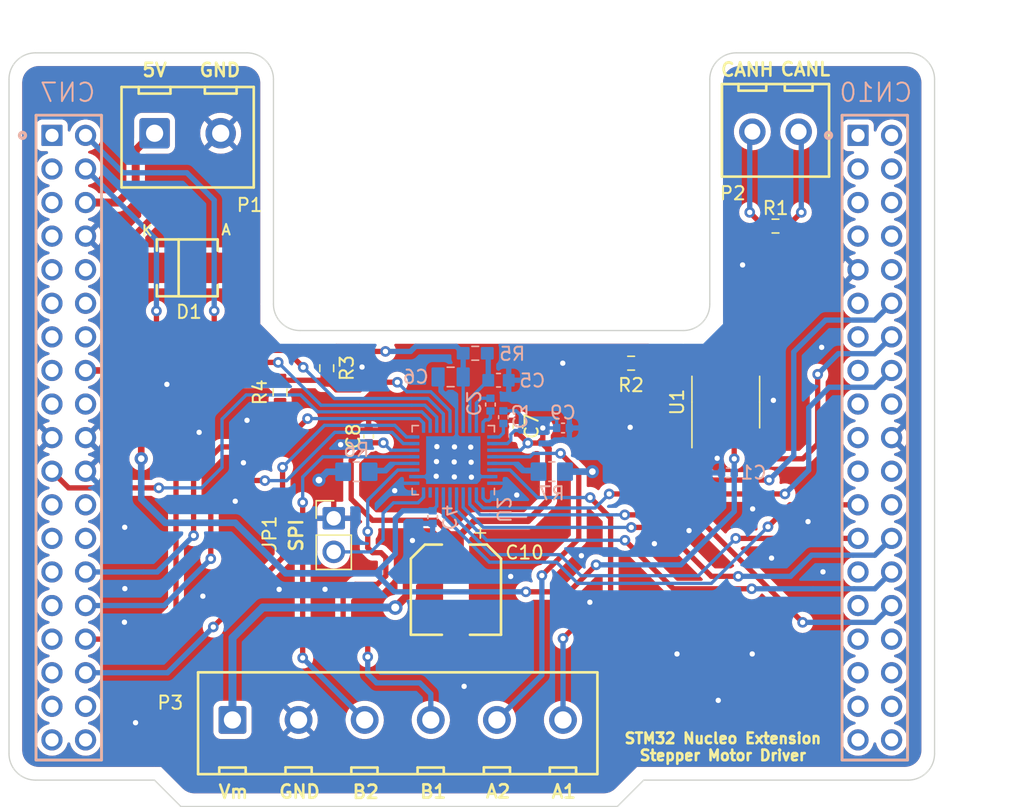
<source format=kicad_pcb>
(kicad_pcb (version 20211014) (generator pcbnew)
  (layers (0 "F.Cu" signal) (31 "B.Cu" signal) (34 "B.Paste" user) (35 "F.Paste" user) (36 "B.SilkS" user "B.Silkscreen") (37 "F.SilkS" user "F.Silkscreen") (38 "B.Mask" user) (39 "F.Mask" user) (44 "Edge.Cuts" user))
  (net 0 "")
  (net 1 "GND")
  (net 2 "/+3V3")
  (net 3 "Net-(C2-Pad1)")
  (net 4 "Net-(C2-Pad2)")
  (net 5 "Net-(C3-Pad1)")
  (net 6 "/Vm")
  (net 7 "Net-(C5-Pad1)")
  (net 8 "/+5V")
  (net 22 "/DCO")
  (net 24 "/DCEN")
  (net 26 "/DAC1_OUT1")
  (net 35 "/CAN1_TX")
  (net 37 "/CAN1_RX")
  (net 38 "/DCIN")
  (net 41 "/DRV_EN")
  (net 44 "/DIR")
  (net 46 "/TIM2_CH3")
  (net 47 "/SPI2_MOSI")
  (net 49 "/SPI2_MISO")
  (net 50 "/DIAG0")
  (net 51 "/SPI2_SCK")
  (net 54 "/DIAG1")
  (net 60 "Net-(JP1-Pad2)")
  (net 61 "/E5V")
  (net 62 "/A1")
  (net 63 "/A2")
  (net 64 "/B1")
  (net 65 "/B2")
  (net 66 "Net-(R2-Pad1)")
  (net 67 "Net-(R6-Pad1)")
  (net 68 "Net-(R7-Pad1)")
  (net 70 "/SPI2_NSS")
  (net 88 "/CAN-")
  (net 89 "/CAN+")
  (footprint "Stepper_Motor_Expansion_Brd_revA:R_0603_1608Metric_Pad0.98x0.95mm_HandSolder" (layer "F.Cu") (at 147.05 66.47 180)
    (fp_text reference "R2")
    (fp_text value "10k")
  )
  (footprint "Stepper_Motor_Expansion_Brd_revA:D_SMB(DO-214AA)" (layer "F.Cu") (at 113.48 59.26)
    (fp_text reference "D1")
    (fp_text value "Vz = 6V")
  )
  (footprint "Stepper_Motor_Expansion_Brd_revA:PinHeader_1x02_P2.54mm_Vertical" (layer "F.Cu") (at 124.56 79.47)
    (fp_text reference "JP1")
    (fp_text value "Jumper_2_Open")
  )
  (footprint "Stepper_Motor_Expansion_Brd_revA:TerminalBlock-2_P5.00mm(TB002-500-02BE)" (layer "F.Cu") (at 113.51 49.08 180)
    (fp_text reference "P1")
    (fp_text value "MCU Supply")
  )
  (footprint "Stepper_Motor_Expansion_Brd_revA:TerminalBlock_Wuerth-6_P5.00mm(1137710006)" (layer "F.Cu") (at 129.4 93.45)
    (fp_text reference "P3")
    (fp_text value "Motor Supply & Phase")
  )
  (footprint "Stepper_Motor_Expansion_Brd_revA:R_0603_1608Metric_Pad0.98x0.95mm_HandSolder" (layer "F.Cu") (at 157.97 56.1 180)
    (fp_text reference "R1")
    (fp_text value "120")
  )
  (footprint "Stepper_Motor_Expansion_Brd_revA:C_0402_1005Metric" (layer "F.Cu") (at 127.2 72.01 90)
    (fp_text reference "C8")
    (fp_text value "100nF")
  )
  (footprint "Stepper_Motor_Expansion_Brd_revA:TerminalBlock-2_P3.50mm(OSTTE020104)" (layer "F.Cu") (at 157.97 48.96 180)
    (fp_text reference "P2")
    (fp_text value "CAN")
  )
  (footprint "Stepper_Motor_Expansion_Brd_revA:R_0603_1608Metric_Pad0.98x0.95mm_HandSolder" (layer "F.Cu") (at 124.03 66.85 -90)
    (fp_text reference "R3")
    (fp_text value "20k")
  )
  (footprint "Stepper_Motor_Expansion_Brd_revA:SOIC-8_3.9x4.9mm_P1.27mm" (layer "F.Cu") (at 154.21 69.41 90)
    (fp_text reference "U1")
    (fp_text value "SN65HVD230")
  )
  (footprint "Stepper_Motor_Expansion_Brd_revA:C_0402_1005Metric" (layer "F.Cu") (at 138.49 71.27 90)
    (fp_text reference "C7")
    (fp_text value "100nF")
  )
  (footprint "Stepper_Motor_Expansion_Brd_revA:CP_Elec_6.3x7.7(EMZR500ARA101MF80G)" (layer "F.Cu") (at 133.8 83.6 -90)
    (fp_text reference "C10")
    (fp_text value "100uF")
  )
  (footprint "Stepper_Motor_Expansion_Brd_revA:R_0603_1608Metric_Pad0.98x0.95mm_HandSolder" (layer "F.Cu") (at 120.5 68.67 -90)
    (fp_text reference "R4")
    (fp_text value "20k")
  )
  (footprint "Stepper_Motor_Expansion_Brd_revA:R_0805_2012Metric_Pad1.20x1.40mm_HandSolder" (layer "B.Cu") (at 141.05 74.67)
    (fp_text reference "R7")
    (fp_text value "0R15")
  )
  (footprint "Stepper_Motor_Expansion_Brd_revA:C_0603_1608Metric" (layer "B.Cu") (at 137.02 67.76)
    (fp_text reference "C5")
    (fp_text value "470nF")
  )
  (footprint "Stepper_Motor_Expansion_Brd_revA:Header_2x19_P2.54mm_Vertical(SAMTEC_SSW-119-01-F-D)" (layer "B.Cu") (at 104.52 72.1 -90)
    (fp_text reference "CN7")
    (fp_text value "Conn_02x19_Odd_Even")
  )
  (footprint "Stepper_Motor_Expansion_Brd_revA:R_0603_1608Metric_Pad0.98x0.95mm_HandSolder" (layer "B.Cu") (at 135.26 65.72)
    (fp_text reference "R5")
    (fp_text value "2R2")
  )
  (footprint "Stepper_Motor_Expansion_Brd_revA:C_0402_1005Metric" (layer "B.Cu") (at 154.37 74.76)
    (fp_text reference "C1")
    (fp_text value "100nF")
  )
  (footprint "Stepper_Motor_Expansion_Brd_revA:QFN-36-1EP_5x6mm_P0.5mm_EP3.6x4.1mm" (layer "B.Cu") (at 133.6 73.8 90)
    (fp_text reference "U2")
    (fp_text value "TMC2130-LA")
  )
  (footprint "Stepper_Motor_Expansion_Brd_revA:R_0805_2012Metric_Pad1.20x1.40mm_HandSolder" (layer "B.Cu") (at 126.27 74.68 180)
    (fp_text reference "R6")
    (fp_text value "0R15")
  )
  (footprint "Stepper_Motor_Expansion_Brd_revA:C_0402_1005Metric" (layer "B.Cu") (at 137.39 70.55 90)
    (fp_text reference "C3")
    (fp_text value "100nF")
  )
  (footprint "Stepper_Motor_Expansion_Brd_revA:C_0402_1005Metric" (layer "B.Cu") (at 136.41 69.6 90)
    (fp_text reference "C2")
    (fp_text value "22nF")
  )
  (footprint "Stepper_Motor_Expansion_Brd_revA:Header_2x19_P2.54mm_Vertical(SAMTEC_SSW-119-01-F-D)" (layer "B.Cu") (at 165.48 72.1 -90)
    (fp_text reference "CN10")
    (fp_text value "Conn_02x19_Odd_Even")
  )
  (footprint "Stepper_Motor_Expansion_Brd_revA:C_0402_1005Metric" (layer "B.Cu") (at 141.9 71.37)
    (fp_text reference "C9")
    (fp_text value "100nF")
  )
  (footprint "Stepper_Motor_Expansion_Brd_revA:C_0805_2012Metric" (layer "B.Cu") (at 133.4 67.51 180)
    (fp_text reference "C6")
    (fp_text value "4.7uF")
  )
  (footprint "Stepper_Motor_Expansion_Brd_revA:C_0402_1005Metric" (layer "B.Cu") (at 132.04 78.11 -90)
    (fp_text reference "C4")
    (fp_text value "100nF")
  )
  (gr_line (start 163.005 47.715) (end 163.005 96.485) (layer "F.SilkS") (width 0.2))
  (gr_line (start 102.045 47.715) (end 106.995 47.715) (layer "F.SilkS") (width 0.2))
  (gr_line (start 163.005 96.485) (end 167.955 96.485) (layer "F.SilkS") (width 0.2))
  (gr_line (start 167.955 47.715) (end 167.955 96.485) (layer "F.SilkS") (width 0.2))
  (gr_line (start 102.045 47.715) (end 102.045 96.48) (layer "F.SilkS") (width 0.2))
  (gr_line (start 163.005 47.715) (end 167.955 47.715) (layer "F.SilkS") (width 0.2))
  (gr_line (start 106.995 47.715) (end 106.995 96.48) (layer "F.SilkS") (width 0.2))
  (gr_line (start 102.045 96.485) (end 106.995 96.485) (layer "F.SilkS") (width 0.2))
  (gr_arc (start 122 64) (mid 120.585786 63.414214) (end 120 62) (layer "Edge.Cuts") (width 0.1))
  (gr_line (start 102 43) (end 118 43) (layer "Edge.Cuts") (width 0.1))
  (gr_line (start 111 98) (end 113 100) (layer "Edge.Cuts") (width 0.1))
  (gr_arc (start 168 43) (mid 169.414214 43.585786) (end 170 45) (layer "Edge.Cuts") (width 0.1))
  (gr_line (start 102 98) (end 111 98) (layer "Edge.Cuts") (width 0.1))
  (gr_arc (start 100 45) (mid 100.585786 43.585786) (end 102 43) (layer "Edge.Cuts") (width 0.1))
  (gr_line (start 120 45) (end 120 62) (layer "Edge.Cuts") (width 0.1))
  (gr_arc (start 153 45) (mid 153.585786 43.585786) (end 155 43) (layer "Edge.Cuts") (width 0.1))
  (gr_line (start 153 45) (end 153 62) (layer "Edge.Cuts") (width 0.1))
  (gr_arc (start 118 43) (mid 119.414214 43.585786) (end 120 45) (layer "Edge.Cuts") (width 0.1))
  (gr_line (start 146 100) (end 148 98) (layer "Edge.Cuts") (width 0.1))
  (gr_line (start 148 98) (end 168 98) (layer "Edge.Cuts") (width 0.1))
  (gr_arc (start 102 98) (mid 100.585786 97.414214) (end 100 96) (layer "Edge.Cuts") (width 0.1))
  (gr_line (start 168 43) (end 155 43) (layer "Edge.Cuts") (width 0.1))
  (gr_line (start 170 96) (end 170 45) (layer "Edge.Cuts") (width 0.1))
  (gr_line (start 113 100) (end 146 100) (layer "Edge.Cuts") (width 0.1))
  (gr_arc (start 170 96) (mid 169.414214 97.414214) (end 168 98) (layer "Edge.Cuts") (width 0.1))
  (gr_arc (start 153 62) (mid 152.414214 63.414214) (end 151 64) (layer "Edge.Cuts") (width 0.1))
  (gr_line (start 122 64) (end 151 64) (layer "Edge.Cuts") (width 0.1))
  (gr_line (start 100 96) (end 100 45) (layer "Edge.Cuts") (width 0.1))
  (gr_text "Vm" (at 116.97 98.89) (layer "F.SilkS") (effects (font (size 1 1) (thickness 0.2))))
  (gr_text "A1" (at 141.96 98.87) (layer "F.SilkS") (effects (font (size 1 1) (thickness 0.2))))
  (gr_text "A2" (at 136.99 98.86) (layer "F.SilkS") (effects (font (size 1 1) (thickness 0.2))))
  (gr_text "CANH" (at 155.84 44.27) (layer "F.SilkS") (effects (font (size 1 1) (thickness 0.2))))
  (gr_text "SPI" (at 121.72 79.48 90) (layer "F.SilkS") (effects (font (size 1 1) (thickness 0.2))))
  (gr_text "5V" (at 111.01 44.3) (layer "F.SilkS") (effects (font (size 1 1) (thickness 0.2))))
  (gr_text "STM32 Nucleo Extension\nStepper Motor Driver" (at 153.99 95.49) (layer "F.SilkS") (effects (font (size 0.8 0.8) (thickness 0.2))))
  (gr_text "GND" (at 121.97 98.88) (layer "F.SilkS") (effects (font (size 1 1) (thickness 0.2))))
  (gr_text "B2" (at 126.98 98.89) (layer "F.SilkS") (effects (font (size 1 1) (thickness 0.2))))
  (gr_text "GND" (at 115.95 44.3) (layer "F.SilkS") (effects (font (size 1 1) (thickness 0.2))))
  (gr_text "CANL" (at 160.23 44.24) (layer "F.SilkS") (effects (font (size 1 1) (thickness 0.2))))
  (gr_text "B1" (at 132.08 98.87) (layer "F.SilkS") (effects (font (size 1 1) (thickness 0.2))))
  (segment (start 153.575 71.885) (end 153.575 73.645) (width 0.4) (layer "F.Cu") (net 1))
  (segment (start 153.575 73.665) (end 153.56 73.68) (width 0.4) (layer "F.Cu") (net 1))
  (segment (start 153.575 73.645) (end 153.56 73.66) (width 0.4) (layer "F.Cu") (net 1))
  (via (at 138.4 76.44) (size 0.8) (drill 0.4) (layers "F.Cu" "B.Cu") (net 1))
  (via (at 141.88 66.47) (size 0.8) (drill 0.4) (layers "F.Cu" "B.Cu") (net 1))
  (via (at 137.94 82.6) (size 0.8) (drill 0.4) (layers "F.Cu" "B.Cu") (net 1))
  (via (at 134.97 75.09) (size 0.8) (drill 0.4) (layers "F.Cu" "B.Cu") (net 1))
  (via (at 130.51 79.88) (size 0.8) (drill 0.4) (layers "F.Cu" "B.Cu") (net 1))
  (via (at 153.56 73.66) (size 0.8) (drill 0.4) (layers "F.Cu" "B.Cu") (net 1))
  (via (at 125.08 72.63) (size 0.8) (drill 0.4) (layers "F.Cu" "B.Cu") (net 1))
  (via (at 111.94 68.07) (size 0.8) (drill 0.4) (layers "F.Cu" "B.Cu") (net 1))
  (via (at 126.7 66.76) (size 0.8) (drill 0.4) (layers "F.Cu" "B.Cu") (net 1))
  (via (at 156.21 88.46) (size 0.8) (drill 0.4) (layers "F.Cu" "B.Cu") (net 1))
  (via (at 132.31 75.02) (size 0.8) (drill 0.4) (layers "F.Cu" "B.Cu") (net 1))
  (via (at 155.48 59.04) (size 0.8) (drill 0.4) (layers "F.Cu" "B.Cu") (net 1))
  (via (at 129.17 76.11) (size 0.8) (drill 0.4) (layers "F.Cu" "B.Cu") (net 1))
  (via (at 150.52 88.46) (size 0.8) (drill 0.4) (layers "F.Cu" "B.Cu") (net 1))
  (via (at 109.57 93.66) (size 0.8) (drill 0.4) (layers "F.Cu" "B.Cu") (net 1))
  (via (at 161.46 65.27) (size 0.8) (drill 0.4) (layers "F.Cu" "B.Cu") (net 1))
  (via (at 133.69 72.8) (size 0.8) (drill 0.4) (layers "F.Cu" "B.Cu") (net 1))
  (via (at 143.93 84.55) (size 0.8) (drill 0.4) (layers "F.Cu" "B.Cu") (net 1))
  (via (at 132.33 73.91) (size 0.8) (drill 0.4) (layers "F.Cu" "B.Cu") (net 1))
  (via (at 148.81 80.12) (size 0.8) (drill 0.4) (layers "F.Cu" "B.Cu") (net 1))
  (via (at 157.67 81.21) (size 0.8) (drill 0.4) (layers "F.Cu" "B.Cu") (net 1))
  (via (at 120.43 83.58) (size 0.8) (drill 0.4) (layers "F.Cu" "B.Cu") (net 1))
  (via (at 134.95 73.96) (size 0.8) (drill 0.4) (layers "F.Cu" "B.Cu") (net 1))
  (via (at 151.43 79.13) (size 0.8) (drill 0.4) (layers "F.Cu" "B.Cu") (net 1))
  (via (at 134.42 90.91) (size 0.8) (drill 0.4) (layers "F.Cu" "B.Cu") (net 1))
  (via (at 114.38 71.7) (size 0.8) (drill 0.4) (layers "F.Cu" "B.Cu") (net 1))
  (via (at 160.43 78.45) (size 0.8) (drill 0.4) (layers "F.Cu" "B.Cu") (net 1))
  (via (at 118 70.79) (size 0.8) (drill 0.4) (layers "F.Cu" "B.Cu") (net 1))
  (via (at 108.73 86.06) (size 0.8) (drill 0.4) (layers "F.Cu" "B.Cu") (net 1))
  (via (at 132.36 72.78) (size 0.8) (drill 0.4) (layers "F.Cu" "B.Cu") (net 1))
  (via (at 123.44 75.31) (size 1) (drill 0.5) (layers "F.Cu" "B.Cu") (net 1))
  (via (at 133.67 73.94) (size 0.8) (drill 0.4) (layers "F.Cu" "B.Cu") (net 1))
  (via (at 161.56 82.25) (size 0.8) (drill 0.4) (layers "F.Cu" "B.Cu") (net 1))
  (via (at 123.9 83.57) (size 0.8) (drill 0.4) (layers "F.Cu" "B.Cu") (net 1))
  (via (at 114.66 84.09) (size 0.8) (drill 0.4) (layers "F.Cu" "B.Cu") (net 1))
  (via (at 146.98 71.32) (size 0.8) (drill 0.4) (layers "F.Cu" "B.Cu") (net 1))
  (via (at 133.68 75.07) (size 0.8) (drill 0.4) (layers "F.Cu" "B.Cu") (net 1))
  (via (at 144.12 74.67) (size 1) (drill 0.5) (layers "F.Cu" "B.Cu") (net 1))
  (via (at 143.29 81.03) (size 0.8) (drill 0.4) (layers "F.Cu" "B.Cu") (net 1))
  (via (at 108.76 83.52) (size 0.8) (drill 0.4) (layers "F.Cu" "B.Cu") (net 1))
  (via (at 108.75 78.88) (size 0.8) (drill 0.4) (layers "F.Cu" "B.Cu") (net 1))
  (via (at 117.73 74) (size 0.8) (drill 0.4) (layers "F.Cu" "B.Cu") (net 1))
  (via (at 156.24 77.49) (size 0.8) (drill 0.4) (layers "F.Cu" "B.Cu") (net 1))
  (via (at 134.92 72.82) (size 0.8) (drill 0.4) (layers "F.Cu" "B.Cu") (net 1))
  (via (at 153.64 91.97) (size 0.8) (drill 0.4) (layers "F.Cu" "B.Cu") (net 1))
  (via (at 117.11 76.91) (size 0.8) (drill 0.4) (layers "F.Cu" "B.Cu") (net 1))
  (via (at 157.81 69.28) (size 0.8) (drill 0.4) (layers "F.Cu" "B.Cu") (net 1))
  (segment (start 132.67 67.73) (end 132.67 68.57) (width 0.4) (layer "B.Cu") (net 1))
  (segment (start 133.85 72.64) (end 133.69 72.8) (width 0.25) (layer "B.Cu") (net 1))
  (segment (start 136.68 76.56) (end 138.28 76.56) (width 0.25) (layer "B.Cu") (net 1))
  (segment (start 132.67 68.57) (end 133.09 68.99) (width 0.4) (layer "B.Cu") (net 1))
  (segment (start 135.85 76.25) (end 135.85 76.67) (width 0.25) (layer "B.Cu") (net 1))
  (segment (start 125.27 74.68) (end 124.07 74.68) (width 0.5) (layer "B.Cu") (net 1))
  (segment (start 132.28 75.05) (end 132.31 75.02) (width 0.25) (layer "B.Cu") (net 1))
  (segment (start 138.28 76.56) (end 138.4 76.44) (width 0.25) (layer "B.Cu") (net 1))
  (segment (start 133.09 68.99) (end 133.6 68.99) (width 0.4) (layer "B.Cu") (net 1))
  (segment (start 135.85 76.67) (end 136.08 76.9) (width 0.25) (layer "B.Cu") (net 1))
  (segment (start 136.08 76.9) (end 136.34 76.9) (width 0.25) (layer "B.Cu") (net 1))
  (segment (start 133.85 69.24) (end 133.6 68.99) (width 0.25) (layer "B.Cu") (net 1))
  (segment (start 136.55 75.05) (end 135.01 75.05) (width 0.25) (layer "B.Cu") (net 1))
  (segment (start 135.01 75.05) (end 134.97 75.09) (width 0.25) (layer "B.Cu") (net 1))
  (segment (start 142.05 74.67) (end 144.12 74.67) (width 0.5) (layer "B.Cu") (net 1))
  (segment (start 133.85 71.35) (end 133.85 72.64) (width 0.25) (layer "B.Cu") (net 1))
  (segment (start 136.34 76.9) (end 136.68 76.56) (width 0.25) (layer "B.Cu") (net 1))
  (segment (start 130.65 75.05) (end 132.28 75.05) (width 0.25) (layer "B.Cu") (net 1))
  (segment (start 133.85 71.35) (end 133.85 69.24) (width 0.25) (layer "B.Cu") (net 1))
  (segment (start 132.45 67.51) (end 132.67 67.73) (width 0.4) (layer "B.Cu") (net 1))
  (segment (start 124.07 74.68) (end 123.44 75.31) (width 0.5) (layer "B.Cu") (net 1))
  (segment (start 110 68.76) (end 108.26 67.02) (width 0.5) (layer "F.Cu") (net 2))
  (segment (start 108.26 67.02) (end 105.79 67.02) (width 0.5) (layer "F.Cu") (net 2))
  (segment (start 139.09 83.76) (end 142.36 83.76) (width 0.4) (layer "F.Cu") (net 2))
  (segment (start 142.36 83.76) (end 144.4 81.72) (width 0.4) (layer "F.Cu") (net 2))
  (segment (start 110 73.69) (end 110 68.76) (width 0.5) (layer "F.Cu") (net 2))
  (segment (start 154.845 73.695) (end 154.85 73.7) (width 0.4) (layer "F.Cu") (net 2))
  (segment (start 154.845 71.885) (end 154.845 73.695) (width 0.4) (layer "F.Cu") (net 2))
  (via (at 144.4 81.72) (size 0.8) (drill 0.4) (layers "F.Cu" "B.Cu") (net 2))
  (via (at 110 73.69) (size 1) (drill 0.5) (layers "F.Cu" "B.Cu") (net 2))
  (via (at 154.85 73.7) (size 0.8) (drill 0.4) (layers "F.Cu" "B.Cu") (net 2))
  (via (at 139.09 83.76) (size 0.8) (drill 0.4) (layers "F.Cu" "B.Cu") (net 2))
  (segment (start 132.35 77.29) (end 132.04 77.6) (width 0.25) (layer "B.Cu") (net 2))
  (segment (start 129.22 78.19) (end 129.78 77.63) (width 0.4) (layer "B.Cu") (net 2))
  (segment (start 110 76.73) (end 111.81 78.54) (width 0.5) (layer "B.Cu") (net 2))
  (segment (start 110 73.69) (end 110 76.73) (width 0.5) (layer "B.Cu") (net 2))
  (segment (start 129.14 83.76) (end 127.74 82.36) (width 0.4) (layer "B.Cu") (net 2))
  (segment (start 154.85 73.7) (end 154.85 74.76) (width 0.4) (layer "B.Cu") (net 2))
  (segment (start 139.09 83.76) (end 129.14 83.76) (width 0.4) (layer "B.Cu") (net 2))
  (segment (start 117.11 78.54) (end 120.93 82.36) (width 0.5) (layer "B.Cu") (net 2))
  (segment (start 111.81 78.54) (end 117.11 78.54) (width 0.5) (layer "B.Cu") (net 2))
  (segment (start 154.85 77.68) (end 154.85 74.76) (width 0.4) (layer "B.Cu") (net 2))
  (segment (start 144.4 81.72) (end 150.81 81.72) (width 0.4) (layer "B.Cu") (net 2))
  (segment (start 129.22 80.88) (end 129.22 78.19) (width 0.4) (layer "B.Cu") (net 2))
  (segment (start 150.81 81.72) (end 154.85 77.68) (width 0.4) (layer "B.Cu") (net 2))
  (segment (start 132.35 76.25) (end 132.35 77.29) (width 0.25) (layer "B.Cu") (net 2))
  (segment (start 120.93 82.36) (end 127.74 82.36) (width 0.5) (layer "B.Cu") (net 2))
  (segment (start 127.74 82.36) (end 129.22 80.88) (width 0.4) (layer "B.Cu") (net 2))
  (segment (start 132.04 77.6) (end 132.04 77.63) (width 0.25) (layer "B.Cu") (net 2))
  (segment (start 129.78 77.63) (end 132.04 77.63) (width 0.4) (layer "B.Cu") (net 2))
  (segment (start 136.02 70.76) (end 136.25 70.76) (width 0.25) (layer "B.Cu") (net 3))
  (segment (start 136.25 70.76) (end 136.41 70.6) (width 0.25) (layer "B.Cu") (net 3))
  (segment (start 136.41 70.6) (end 136.41 70.08) (width 0.25) (layer "B.Cu") (net 3))
  (segment (start 135.85 70.93) (end 136.02 70.76) (width 0.25) (layer "B.Cu") (net 3))
  (segment (start 135.85 71.35) (end 135.85 70.93) (width 0.25) (layer "B.Cu") (net 3))
  (segment (start 135.35 71.35) (end 135.35 69.48) (width 0.25) (layer "B.Cu") (net 4))
  (segment (start 135.35 69.48) (end 135.71 69.12) (width 0.25) (layer "B.Cu") (net 4))
  (segment (start 135.71 69.12) (end 136.41 69.12) (width 0.25) (layer "B.Cu") (net 4))
  (segment (start 136.55 72.05) (end 137.08 72.05) (width 0.25) (layer "B.Cu") (net 5))
  (segment (start 137.39 71.74) (end 137.39 71.03) (width 0.25) (layer "B.Cu") (net 5))
  (segment (start 137.08 72.05) (end 137.39 71.74) (width 0.25) (layer "B.Cu") (net 5))
  (segment (start 125.88 76.74) (end 125.88 73.81) (width 0.4) (layer "F.Cu") (net 6))
  (segment (start 133.8 80.925) (end 133.8 79.78) (width 0.6) (layer "F.Cu") (net 6))
  (segment (start 140.8 72.94) (end 140.37 72.51) (width 0.5) (layer "F.Cu") (net 6))
  (segment (start 130.08 82.97) (end 131.03 82.02) (width 0.6) (layer "F.Cu") (net 6))
  (segment (start 139.24 72.51) (end 138.49 71.76) (width 0.4) (layer "F.Cu") (net 6))
  (segment (start 140.8 76.84) (end 140.8 72.94) (width 0.5) (layer "F.Cu") (net 6))
  (segment (start 125.88 73.81) (end 127.2 72.49) (width 0.4) (layer "F.Cu") (net 6))
  (segment (start 133.2 82.02) (end 133.8 81.42) (width 0.6) (layer "F.Cu") (net 6))
  (segment (start 130.08 84.08) (end 130.08 82.97) (width 0.6) (layer "F.Cu") (net 6))
  (segment (start 139.25 78.39) (end 140.8 76.84) (width 0.5) (layer "F.Cu") (net 6))
  (segment (start 133.8 79.78) (end 135.19 78.39) (width 0.5) (layer "F.Cu") (net 6))
  (segment (start 140.37 72.51) (end 140.37 71.37) (width 0.4) (layer "F.Cu") (net 6))
  (segment (start 138.49 71.76) (end 138.49 71.75) (width 0.4) (layer "F.Cu") (net 6))
  (segment (start 133.8 81.42) (end 133.8 80.925) (width 0.6) (layer "F.Cu") (net 6))
  (segment (start 139.24 72.51) (end 140.37 72.51) (width 0.4) (layer "F.Cu") (net 6))
  (segment (start 132.31 78.35) (end 127.49 78.35) (width 0.4) (layer "F.Cu") (net 6))
  (segment (start 133.8 80.925) (end 133.8 79.84) (width 0.6) (layer "F.Cu") (net 6))
  (segment (start 135.19 78.39) (end 139.25 78.39) (width 0.5) (layer "F.Cu") (net 6))
  (segment (start 133.8 79.84) (end 132.31 78.35) (width 0.4) (layer "F.Cu") (net 6))
  (segment (start 128.31 72.49) (end 127.2 72.49) (width 0.4) (layer "F.Cu") (net 6))
  (segment (start 131.03 82.02) (end 133.2 82.02) (width 0.6) (layer "F.Cu") (net 6))
  (segment (start 127.49 78.35) (end 125.88 76.74) (width 0.4) (layer "F.Cu") (net 6))
  (segment (start 129.21 84.95) (end 130.08 84.08) (width 0.6) (layer "F.Cu") (net 6))
  (via (at 128.31 72.49) (size 0.8) (drill 0.4) (layers "F.Cu" "B.Cu") (net 6))
  (via (at 139.24 72.51) (size 0.8) (drill 0.4) (layers "F.Cu" "B.Cu") (net 6))
  (via (at 129.21 84.95) (size 1.1) (drill 0.6) (layers "F.Cu" "B.Cu") (net 6))
  (via (at 140.37 71.37) (size 0.8) (drill 0.4) (layers "F.Cu" "B.Cu") (net 6))
  (segment (start 141.42 71.37) (end 140.37 71.37) (width 0.25) (layer "B.Cu") (net 6))
  (segment (start 137.95 72.29) (end 137.95 71.86) (width 0.25) (layer "B.Cu") (net 6))
  (segment (start 116.9 93.45) (end 116.9 87.24) (width 0.6) (layer "B.Cu") (net 6))
  (segment (start 116.9 87.24) (end 119.19 84.95) (width 0.6) (layer "B.Cu") (net 6))
  (segment (start 138.69 70.41) (end 138.69 71.11) (width 0.25) (layer "B.Cu") (net 6))
  (segment (start 137.39 70.07) (end 138.35 70.07) (width 0.25) (layer "B.Cu") (net 6))
  (segment (start 138.7 73.05) (end 139.24 72.51) (width 0.25) (layer "B.Cu") (net 6))
  (segment (start 137.95 71.86) (end 138.25 71.56) (width 0.25) (layer "B.Cu") (net 6))
  (segment (start 119.19 84.95) (end 129.21 84.95) (width 0.6) (layer "B.Cu") (net 6))
  (segment (start 130.65 73.05) (end 129.21 73.05) (width 0.25) (layer "B.Cu") (net 6))
  (segment (start 138.25 71.56) (end 138.76 71.56) (width 0.25) (layer "B.Cu") (net 6))
  (segment (start 129.21 73.05) (end 128.87 73.05) (width 0.25) (layer "B.Cu") (net 6))
  (segment (start 136.55 73.05) (end 138.7 73.05) (width 0.25) (layer "B.Cu") (net 6))
  (segment (start 138.35 70.07) (end 138.69 70.41) (width 0.25) (layer "B.Cu") (net 6))
  (segment (start 128.87 73.05) (end 128.31 72.49) (width 0.25) (layer "B.Cu") (net 6))
  (segment (start 137.69 72.55) (end 137.95 72.29) (width 0.25) (layer "B.Cu") (net 6))
  (segment (start 138.95 71.37) (end 140.37 71.37) (width 0.25) (layer "B.Cu") (net 6))
  (segment (start 138.76 71.56) (end 138.95 71.37) (width 0.25) (layer "B.Cu") (net 6))
  (segment (start 136.55 72.55) (end 137.69 72.55) (width 0.25) (layer "B.Cu") (net 6))
  (segment (start 138.69 71.11) (end 138.95 71.37) (width 0.25) (layer "B.Cu") (net 6))
  (segment (start 134.85 71.35) (end 134.85 69.155) (width 0.25) (layer "B.Cu") (net 7))
  (segment (start 134.85 69.155) (end 136.245 67.76) (width 0.25) (layer "B.Cu") (net 7))
  (segment (start 136.245 65.7925) (end 136.1725 65.72) (width 0.4) (layer "B.Cu") (net 7))
  (segment (start 136.245 67.76) (end 136.245 65.7925) (width 0.4) (layer "B.Cu") (net 7))
  (segment (start 124.7575 65.21) (end 126.52 65.21) (width 0.4) (layer "F.Cu") (net 8))
  (segment (start 126.89 65.58) (end 128.47 65.58) (width 0.4) (layer "F.Cu") (net 8))
  (segment (start 126.52 65.21) (end 126.89 65.58) (width 0.4) (layer "F.Cu") (net 8))
  (segment (start 124.03 65.9375) (end 124.7575 65.21) (width 0.4) (layer "F.Cu") (net 8))
  (via (at 128.47 65.58) (size 0.8) (drill 0.4) (layers "F.Cu" "B.Cu") (net 8))
  (segment (start 134.35 67.51) (end 134.35 65.7225) (width 0.4) (layer "B.Cu") (net 8))
  (segment (start 134.35 65.7225) (end 134.3475 65.72) (width 0.25) (layer "B.Cu") (net 8))
  (segment (start 134.35 65.7225) (end 133.8275 65.2) (width 0.4) (layer "B.Cu") (net 8))
  (segment (start 130.54 65.41) (end 130.37 65.58) (width 0.4) (layer "B.Cu") (net 8))
  (segment (start 130.75 65.2) (end 130.54 65.41) (width 0.4) (layer "B.Cu") (net 8))
  (segment (start 134.35 71.35) (end 134.35 67.51) (width 0.25) (layer "B.Cu") (net 8))
  (segment (start 130.37 65.58) (end 128.47 65.58) (width 0.4) (layer "B.Cu") (net 8))
  (segment (start 133.8275 65.2) (end 130.75 65.2) (width 0.4) (layer "B.Cu") (net 8))
  (segment (start 115.26 81.26) (end 115.26 76.91) (width 0.4) (layer "F.Cu") (net 22))
  (segment (start 115.26 76.91) (end 116.83 75.34) (width 0.4) (layer "F.Cu") (net 22))
  (segment (start 119.34 75.34) (end 119.35 75.35) (width 0.4) (layer "F.Cu") (net 22))
  (segment (start 116.83 75.34) (end 119.34 75.34) (width 0.4) (layer "F.Cu") (net 22))
  (via (at 119.35 75.35) (size 0.8) (drill 0.4) (layers "F.Cu" "B.Cu") (net 22))
  (via (at 115.26 81.26) (size 0.8) (drill 0.4) (layers "F.Cu" "B.Cu") (net 22))
  (segment (start 111.73 84.8) (end 115.26 81.27) (width 0.4) (layer "B.Cu") (net 22))
  (segment (start 128.97 71.7) (end 125 71.7) (width 0.25) (layer "B.Cu") (net 22))
  (segment (start 105.79 84.8) (end 111.73 84.8) (width 0.4) (layer "B.Cu") (net 22))
  (segment (start 130.65 72.55) (end 129.82 72.55) (width 0.25) (layer "B.Cu") (net 22))
  (segment (start 124.64 71.7) (end 121.23 75.11) (width 0.25) (layer "B.Cu") (net 22))
  (segment (start 120.99 75.35) (end 119.35 75.35) (width 0.25) (layer "B.Cu") (net 22))
  (segment (start 115.26 81.27) (end 115.26 81.26) (width 0.4) (layer "B.Cu") (net 22))
  (segment (start 129.82 72.55) (end 128.97 71.7) (width 0.25) (layer "B.Cu") (net 22))
  (segment (start 121.23 75.11) (end 120.99 75.35) (width 0.25) (layer "B.Cu") (net 22))
  (segment (start 125 71.7) (end 124.64 71.7) (width 0.25) (layer "B.Cu") (net 22))
  (segment (start 120.69 74.34) (end 120.69 81.18) (width 0.4) (layer "F.Cu") (net 24))
  (segment (start 120.69 81.18) (end 115.45 86.42) (width 0.4) (layer "F.Cu") (net 24))
  (via (at 120.69 74.34) (size 0.8) (drill 0.4) (layers "F.Cu" "B.Cu") (net 24))
  (via (at 115.45 86.42) (size 0.8) (drill 0.4) (layers "F.Cu" "B.Cu") (net 24))
  (segment (start 129.18 71.17) (end 123.86 71.17) (width 0.25) (layer "B.Cu") (net 24))
  (segment (start 123.86 71.17) (end 120.69 74.34) (width 0.25) (layer "B.Cu") (net 24))
  (segment (start 111.99 89.88) (end 105.79 89.88) (width 0.4) (layer "B.Cu") (net 24))
  (segment (start 130.65 72.05) (end 130.06 72.05) (width 0.25) (layer "B.Cu") (net 24))
  (segment (start 130.06 72.05) (end 129.18 71.17) (width 0.25) (layer "B.Cu") (net 24))
  (segment (start 111.99 89.88) (end 115.45 86.42) (width 0.4) (layer "B.Cu") (net 24))
  (segment (start 124.03 67.7625) (end 120.505 67.7625) (width 0.4) (layer "F.Cu") (net 26))
  (segment (start 112.63 70.67) (end 115.5425 67.7575) (width 0.4) (layer "F.Cu") (net 26))
  (segment (start 105.79 87.34) (end 110.45 87.34) (width 0.4) (layer "F.Cu") (net 26))
  (segment (start 124.7575 68.49) (end 126.52 68.49) (width 0.4) (layer "F.Cu") (net 26))
  (segment (start 110.45 87.34) (end 112.63 85.16) (width 0.4) (layer "F.Cu") (net 26))
  (segment (start 126.52 68.49) (end 127.1 67.91) (width 0.4) (layer "F.Cu") (net 26))
  (segment (start 120.505 67.7625) (end 120.5 67.7575) (width 0.4) (layer "F.Cu") (net 26))
  (segment (start 124.03 67.7625) (end 124.7575 68.49) (width 0.4) (layer "F.Cu") (net 26))
  (segment (start 115.5425 67.7575) (end 120.5 67.7575) (width 0.4) (layer "F.Cu") (net 26))
  (segment (start 112.63 85.16) (end 112.63 70.67) (width 0.4) (layer "F.Cu") (net 26))
  (segment (start 127.1 67.91) (end 129.37 67.91) (width 0.4) (layer "F.Cu") (net 26))
  (via (at 129.37 67.91) (size 0.8) (drill 0.4) (layers "F.Cu" "B.Cu") (net 26))
  (segment (start 133.35 71.35) (end 133.35 70.08) (width 0.25) (layer "B.Cu") (net 26))
  (segment (start 131.9 68.63) (end 130.09 68.63) (width 0.25) (layer "B.Cu") (net 26))
  (segment (start 130.09 68.63) (end 129.37 67.91) (width 0.25) (layer "B.Cu") (net 26))
  (segment (start 133.35 70.08) (end 131.9 68.63) (width 0.25) (layer "B.Cu") (net 26))
  (segment (start 152.305 74.435) (end 153.18 75.31) (width 0.4) (layer "F.Cu") (net 35))
  (segment (start 153.18 75.31) (end 157.49 75.31) (width 0.4) (layer "F.Cu") (net 35))
  (segment (start 152.305 71.885) (end 152.305 74.435) (width 0.4) (layer "F.Cu") (net 35))
  (via (at 157.49 75.31) (size 0.8) (drill 0.4) (layers "F.Cu" "B.Cu") (net 35))
  (segment (start 165.48 63.21) (end 166.75 61.94) (width 0.4) (layer "B.Cu") (net 35))
  (segment (start 161.76 63.21) (end 165.48 63.21) (width 0.4) (layer "B.Cu") (net 35))
  (segment (start 159.35 65.62) (end 161.76 63.21) (width 0.4) (layer "B.Cu") (net 35))
  (segment (start 159.35 73.45) (end 159.35 65.62) (width 0.4) (layer "B.Cu") (net 35))
  (segment (start 157.49 75.31) (end 159.35 73.45) (width 0.4) (layer "B.Cu") (net 35))
  (segment (start 156.115 71.885) (end 156.115 72.555) (width 0.4) (layer "F.Cu") (net 37))
  (segment (start 161.16 72.58) (end 161.16 67.31) (width 0.4) (layer "F.Cu") (net 37))
  (segment (start 156.115 72.555) (end 157.26 73.7) (width 0.4) (layer "F.Cu") (net 37))
  (segment (start 157.26 73.7) (end 160.04 73.7) (width 0.4) (layer "F.Cu") (net 37))
  (segment (start 160.04 73.7) (end 161.16 72.58) (width 0.4) (layer "F.Cu") (net 37))
  (via (at 161.16 67.31) (size 0.8) (drill 0.4) (layers "F.Cu" "B.Cu") (net 37))
  (segment (start 165.48 65.75) (end 166.75 64.48) (width 0.4) (layer "B.Cu") (net 37))
  (segment (start 162.72 65.75) (end 165.48 65.75) (width 0.4) (layer "B.Cu") (net 37))
  (segment (start 161.16 67.31) (end 162.72 65.75) (width 0.4) (layer "B.Cu") (net 37))
  (segment (start 113.96 74.85) (end 113.96 79.51) (width 0.4) (layer "F.Cu") (net 38))
  (segment (start 116.01 72.8) (end 120.44 72.8) (width 0.4) (layer "F.Cu") (net 38))
  (segment (start 116.01 72.8) (end 113.96 74.85) (width 0.4) (layer "F.Cu") (net 38))
  (segment (start 120.44 72.8) (end 122.58 70.66) (width 0.4) (layer "F.Cu") (net 38))
  (via (at 113.96 79.51) (size 0.8) (drill 0.4) (layers "F.Cu" "B.Cu") (net 38))
  (via (at 122.58 70.66) (size 0.8) (drill 0.4) (layers "F.Cu" "B.Cu") (net 38))
  (segment (start 123.53 70.66) (end 122.58 70.66) (width 0.25) (layer "B.Cu") (net 38))
  (segment (start 131.01 70.66) (end 130.47 70.66) (width 0.25) (layer "B.Cu") (net 38))
  (segment (start 110.18 82.26) (end 111.21 82.26) (width 0.4) (layer "B.Cu") (net 38))
  (segment (start 131.35 71) (end 131.01 70.66) (width 0.25) (layer "B.Cu") (net 38))
  (segment (start 111.21 82.26) (end 113.96 79.51) (width 0.4) (layer "B.Cu") (net 38))
  (segment (start 130.47 70.66) (end 123.53 70.66) (width 0.25) (layer "B.Cu") (net 38))
  (segment (start 131.35 71.35) (end 131.35 71) (width 0.25) (layer "B.Cu") (net 38))
  (segment (start 105.79 82.26) (end 110.18 82.26) (width 0.4) (layer "B.Cu") (net 38))
  (segment (start 120.97 65.5) (end 122.25 66.78) (width 0.4) (layer "F.Cu") (net 41))
  (segment (start 115.52 62.51) (end 115.52 64.3) (width 0.4) (layer "F.Cu") (net 41))
  (segment (start 115.52 64.3) (end 116.72 65.5) (width 0.4) (layer "F.Cu") (net 41))
  (segment (start 116.72 65.5) (end 120.97 65.5) (width 0.4) (layer "F.Cu") (net 41))
  (via (at 115.52 62.51) (size 0.8) (drill 0.4) (layers "F.Cu" "B.Cu") (net 41))
  (via (at 122.25 66.78) (size 0.8) (drill 0.4) (layers "F.Cu" "B.Cu") (net 41))
  (segment (start 113.45 52.07) (end 115.25 53.87) (width 0.4) (layer "B.Cu") (net 41))
  (segment (start 108.62 52.07) (end 112.11 52.07) (width 0.4) (layer "B.Cu") (net 41))
  (segment (start 115.52 54.14) (end 115.52 62.51) (width 0.4) (layer "B.Cu") (net 41))
  (segment (start 130.45 69.14) (end 124.61 69.14) (width 0.25) (layer "B.Cu") (net 41))
  (segment (start 132.85 70.31) (end 131.68 69.14) (width 0.25) (layer "B.Cu") (net 41))
  (segment (start 115.25 53.87) (end 115.52 54.14) (width 0.4) (layer "B.Cu") (net 41))
  (segment (start 131.68 69.14) (end 130.45 69.14) (width 0.25) (layer "B.Cu") (net 41))
  (segment (start 132.85 71.35) (end 132.85 70.31) (width 0.25) (layer "B.Cu") (net 41))
  (segment (start 112.11 52.07) (end 113.45 52.07) (width 0.4) (layer "B.Cu") (net 41))
  (segment (start 124.61 69.14) (end 122.25 66.78) (width 0.25) (layer "B.Cu") (net 41))
  (segment (start 105.79 49.24) (end 108.62 52.07) (width 0.4) (layer "B.Cu") (net 41))
  (segment (start 159.06 77.18) (end 157.4 78.84) (width 0.4) (layer "F.Cu") (net 44))
  (segment (start 164.21 77.18) (end 159.06 77.18) (width 0.4) (layer "F.Cu") (net 44))
  (via (at 157.4 78.84) (size 0.8) (drill 0.4) (layers "F.Cu" "B.Cu") (net 44))
  (segment (start 141.41 81.52) (end 143.01 83.12) (width 0.25) (layer "B.Cu") (net 44))
  (segment (start 136.33 81.52) (end 141.41 81.52) (width 0.25) (layer "B.Cu") (net 44))
  (segment (start 153.12 83.12) (end 157.4 78.84) (width 0.25) (layer "B.Cu") (net 44))
  (segment (start 132.85 78.04) (end 136.33 81.52) (width 0.25) (layer "B.Cu") (net 44))
  (segment (start 132.85 76.25) (end 132.85 78.04) (width 0.25) (layer "B.Cu") (net 44))
  (segment (start 143.01 83.12) (end 153.12 83.12) (width 0.25) (layer "B.Cu") (net 44))
  (segment (start 161 79.72) (end 154.96 79.72) (width 0.4) (layer "F.Cu") (net 46))
  (segment (start 164.21 79.72) (end 161 79.72) (width 0.4) (layer "F.Cu") (net 46))
  (via (at 154.96 79.72) (size 0.8) (drill 0.4) (layers "F.Cu" "B.Cu") (net 46))
  (segment (start 152.14 82.54) (end 154.96 79.72) (width 0.25) (layer "B.Cu") (net 46))
  (segment (start 143.25 82.54) (end 152.14 82.54) (width 0.25) (layer "B.Cu") (net 46))
  (segment (start 141.66 80.95) (end 143.25 82.54) (width 0.25) (layer "B.Cu") (net 46))
  (segment (start 133.35 77.79) (end 136.51 80.95) (width 0.25) (layer "B.Cu") (net 46))
  (segment (start 136.51 80.95) (end 141.66 80.95) (width 0.25) (layer "B.Cu") (net 46))
  (segment (start 133.35 76.25) (end 133.35 77.79) (width 0.25) (layer "B.Cu") (net 46))
  (segment (start 149.42 78.89) (end 147.06 78.89) (width 0.4) (layer "F.Cu") (net 47))
  (segment (start 155.15 82.59) (end 153.12 82.59) (width 0.4) (layer "F.Cu") (net 47))
  (segment (start 153.12 82.59) (end 149.42 78.89) (width 0.4) (layer "F.Cu") (net 47))
  (via (at 147.06 78.89) (size 0.8) (drill 0.4) (layers "F.Cu" "B.Cu") (net 47))
  (via (at 155.15 82.59) (size 0.8) (drill 0.4) (layers "F.Cu" "B.Cu") (net 47))
  (segment (start 134.35 76.25) (end 134.35 77.37) (width 0.25) (layer "B.Cu") (net 47))
  (segment (start 166.75 79.72) (end 165.48 80.99) (width 0.4) (layer "B.Cu") (net 47))
  (segment (start 165.48 80.99) (end 163.83 80.99) (width 0.4) (layer "B.Cu") (net 47))
  (segment (start 163.83 80.99) (end 160.7 80.99) (width 0.4) (layer "B.Cu") (net 47))
  (segment (start 135.87 78.89) (end 147.06 78.89) (width 0.25) (layer "B.Cu") (net 47))
  (segment (start 160.7 80.99) (end 159.1 82.59) (width 0.4) (layer "B.Cu") (net 47))
  (segment (start 135.44 78.46) (end 135.87 78.89) (width 0.25) (layer "B.Cu") (net 47))
  (segment (start 134.35 77.37) (end 135.44 78.46) (width 0.25) (layer "B.Cu") (net 47))
  (segment (start 159.1 82.59) (end 155.15 82.59) (width 0.4) (layer "B.Cu") (net 47))
  (segment (start 150.25 83.53) (end 146.58 79.86) (width 0.4) (layer "F.Cu") (net 49))
  (segment (start 156.17 83.53) (end 150.25 83.53) (width 0.4) (layer "F.Cu") (net 49))
  (via (at 146.58 79.86) (size 0.8) (drill 0.4) (layers "F.Cu" "B.Cu") (net 49))
  (via (at 156.17 83.53) (size 0.8) (drill 0.4) (layers "F.Cu" "B.Cu") (net 49))
  (segment (start 134.07 77.8) (end 136.13 79.86) (width 0.25) (layer "B.Cu") (net 49))
  (segment (start 163.92 83.53) (end 160.79 83.53) (width 0.4) (layer "B.Cu") (net 49))
  (segment (start 166.75 82.26) (end 165.48 83.53) (width 0.4) (layer "B.Cu") (net 49))
  (segment (start 165.48 83.53) (end 163.92 83.53) (width 0.4) (layer "B.Cu") (net 49))
  (segment (start 136.13 79.86) (end 146.58 79.86) (width 0.25) (layer "B.Cu") (net 49))
  (segment (start 133.85 77.58) (end 134.07 77.8) (width 0.25) (layer "B.Cu") (net 49))
  (segment (start 133.85 76.25) (end 133.85 77.58) (width 0.25) (layer "B.Cu") (net 49))
  (segment (start 160.79 83.53) (end 156.17 83.53) (width 0.4) (layer "B.Cu") (net 49))
  (segment (start 103.25 74.64) (end 104.51 75.9) (width 0.4) (layer "F.Cu") (net 50))
  (segment (start 104.51 75.9) (end 111.33 75.9) (width 0.4) (layer "F.Cu") (net 50))
  (via (at 111.33 75.9) (size 0.8) (drill 0.4) (layers "F.Cu" "B.Cu") (net 50))
  (segment (start 131.85 71.35) (end 131.85 70.78) (width 0.25) (layer "B.Cu") (net 50))
  (segment (start 114.56 75.9) (end 111.33 75.9) (width 0.25) (layer "B.Cu") (net 50))
  (segment (start 116.11 70.7) (end 116.11 74.35) (width 0.25) (layer "B.Cu") (net 50))
  (segment (start 117.94 68.87) (end 116.11 70.7) (width 0.25) (layer "B.Cu") (net 50))
  (segment (start 123.33 70.15) (end 122.05 68.87) (width 0.25) (layer "B.Cu") (net 50))
  (segment (start 131.85 70.78) (end 131.22 70.15) (width 0.25) (layer "B.Cu") (net 50))
  (segment (start 122.05 68.87) (end 117.94 68.87) (width 0.25) (layer "B.Cu") (net 50))
  (segment (start 116.11 74.35) (end 114.56 75.9) (width 0.25) (layer "B.Cu") (net 50))
  (segment (start 131.22 70.15) (end 123.33 70.15) (width 0.25) (layer "B.Cu") (net 50))
  (segment (start 151.89 77.94) (end 146.57 77.94) (width 0.4) (layer "F.Cu") (net 51))
  (segment (start 160.02 86.07) (end 151.89 77.94) (width 0.4) (layer "F.Cu") (net 51))
  (via (at 160.02 86.07) (size 0.8) (drill 0.4) (layers "F.Cu" "B.Cu") (net 51))
  (via (at 146.57 77.94) (size 0.8) (drill 0.4) (layers "F.Cu" "B.Cu") (net 51))
  (segment (start 165.48 86.07) (end 160.02 86.07) (width 0.4) (layer "B.Cu") (net 51))
  (segment (start 136.36 77.94) (end 145.94 77.94) (width 0.25) (layer "B.Cu") (net 51))
  (segment (start 135.04 77.34) (end 135.64 77.94) (width 0.25) (layer "B.Cu") (net 51))
  (segment (start 134.85 76.25) (end 134.85 77.15) (width 0.25) (layer "B.Cu") (net 51))
  (segment (start 134.85 77.15) (end 135.04 77.34) (width 0.25) (layer "B.Cu") (net 51))
  (segment (start 166.75 84.8) (end 165.48 86.07) (width 0.4) (layer "B.Cu") (net 51))
  (segment (start 145.94 77.94) (end 146.57 77.94) (width 0.25) (layer "B.Cu") (net 51))
  (segment (start 135.64 77.94) (end 136.36 77.94) (width 0.25) (layer "B.Cu") (net 51))
  (segment (start 111.15 64.46) (end 113.1 66.41) (width 0.4) (layer "F.Cu") (net 54))
  (segment (start 111.15 62.52) (end 111.15 64.46) (width 0.4) (layer "F.Cu") (net 54))
  (segment (start 113.1 66.41) (end 120.36 66.41) (width 0.4) (layer "F.Cu") (net 54))
  (via (at 111.15 62.52) (size 0.8) (drill 0.4) (layers "F.Cu" "B.Cu") (net 54))
  (via (at 120.36 66.41) (size 0.8) (drill 0.4) (layers "F.Cu" "B.Cu") (net 54))
  (segment (start 123.6 69.65) (end 122.43 68.48) (width 0.25) (layer "B.Cu") (net 54))
  (segment (start 132.35 71.35) (end 132.35 70.55) (width 0.25) (layer "B.Cu") (net 54))
  (segment (start 105.79 51.78) (end 111.15 57.14) (width 0.4) (layer "B.Cu") (net 54))
  (segment (start 132.35 70.55) (end 131.45 69.65) (width 0.25) (layer "B.Cu") (net 54))
  (segment (start 111.15 57.14) (end 111.15 62.52) (width 0.4) (layer "B.Cu") (net 54))
  (segment (start 122.43 68.48) (end 120.36 66.41) (width 0.25) (layer "B.Cu") (net 54))
  (segment (start 131.45 69.65) (end 130.45 69.65) (width 0.25) (layer "B.Cu") (net 54))
  (segment (start 130.45 69.65) (end 123.6 69.65) (width 0.25) (layer "B.Cu") (net 54))
  (segment (start 124.56 80.74) (end 127.38 80.74) (width 0.25) (layer "B.Cu") (net 60))
  (segment (start 129.08 77.03) (end 130.93 77.03) (width 0.25) (layer "B.Cu") (net 60))
  (segment (start 130.93 77.03) (end 131.35 76.61) (width 0.25) (layer "B.Cu") (net 60))
  (segment (start 127.38 80.74) (end 128.29 79.83) (width 0.25) (layer "B.Cu") (net 60))
  (segment (start 128.29 77.82) (end 129.08 77.03) (width 0.25) (layer "B.Cu") (net 60))
  (segment (start 128.29 79.83) (end 128.29 77.82) (width 0.25) (layer "B.Cu") (net 60))
  (segment (start 131.35 76.61) (end 131.35 76.25) (width 0.25) (layer "B.Cu") (net 60))
  (segment (start 109.58 50.36) (end 110.86 49.08) (width 0.6) (layer "F.Cu") (net 61))
  (segment (start 111.33 59.26) (end 111.22 59.26) (width 0.5) (layer "F.Cu") (net 61))
  (segment (start 109.65 56.65) (end 110.65 55.65) (width 0.5) (layer "F.Cu") (net 61))
  (segment (start 109.65 57.69) (end 109.65 56.65) (width 0.5) (layer "F.Cu") (net 61))
  (segment (start 109.58 52.97) (end 109.58 50.36) (width 0.6) (layer "F.Cu") (net 61))
  (segment (start 110.65 54.04) (end 109.58 52.97) (width 0.5) (layer "F.Cu") (net 61))
  (segment (start 108.23 54.32) (end 109.58 52.97) (width 0.6) (layer "F.Cu") (net 61))
  (segment (start 105.79 54.32) (end 108.23 54.32) (width 0.6) (layer "F.Cu") (net 61))
  (segment (start 110.86 49.08) (end 111.01 49.08) (width 0.6) (layer "F.Cu") (net 61))
  (segment (start 110.65 55.65) (end 110.65 54.04) (width 0.5) (layer "F.Cu") (net 61))
  (segment (start 111.22 59.26) (end 109.65 57.69) (width 0.5) (layer "F.Cu") (net 61))
  (segment (start 143.02 86.17) (end 144.57 86.17) (width 0.4) (layer "F.Cu") (net 62))
  (segment (start 145.5 85.24) (end 145.5 78.18) (width 0.4) (layer "F.Cu") (net 62))
  (segment (start 145.5 78.18) (end 143.95 76.63) (width 0.4) (layer "F.Cu") (net 62))
  (segment (start 144.57 86.17) (end 145.5 85.24) (width 0.4) (layer "F.Cu") (net 62))
  (segment (start 141.9 87.29) (end 143.02 86.17) (width 0.4) (layer "F.Cu") (net 62))
  (via (at 143.95 76.63) (size 0.8) (drill 0.4) (layers "F.Cu" "B.Cu") (net 62))
  (via (at 141.9 87.29) (size 0.8) (drill 0.4) (layers "F.Cu" "B.Cu") (net 62))
  (segment (start 141.9 93.45) (end 141.9 87.29) (width 0.4) (layer "B.Cu") (net 62))
  (segment (start 139.97 76.63) (end 137.89 74.55) (width 0.25) (layer "B.Cu") (net 62))
  (segment (start 143.95 76.63) (end 139.97 76.63) (width 0.25) (layer "B.Cu") (net 62))
  (segment (start 137.89 74.55) (end 136.55 74.55) (width 0.25) (layer "B.Cu") (net 62))
  (segment (start 143.09 79.74) (end 143.09 74.67) (width 0.4) (layer "F.Cu") (net 63))
  (segment (start 143.09 74.67) (end 141.71 73.29) (width 0.4) (layer "F.Cu") (net 63))
  (segment (start 140.3 82.53) (end 143.09 79.74) (width 0.4) (layer "F.Cu") (net 63))
  (via (at 141.71 73.29) (size 0.8) (drill 0.4) (layers "F.Cu" "B.Cu") (net 63))
  (via (at 140.3 82.53) (size 0.8) (drill 0.4) (layers "F.Cu" "B.Cu") (net 63))
  (segment (start 136.9 93.45) (end 140.3 90.05) (width 0.4) (layer "B.Cu") (net 63))
  (segment (start 140.3 90.05) (end 140.3 82.53) (width 0.4) (layer "B.Cu") (net 63))
  (segment (start 136.55 73.55) (end 139.4 73.55) (width 0.25) (layer "B.Cu") (net 63))
  (segment (start 139.66 73.29) (end 141.71 73.29) (width 0.25) (layer "B.Cu") (net 63))
  (segment (start 139.4 73.55) (end 139.66 73.29) (width 0.25) (layer "B.Cu") (net 63))
  (segment (start 128.5 82.55) (end 128.5 81.17) (width 0.4) (layer "F.Cu") (net 64))
  (segment (start 127.13 87.41) (end 126.46 86.74) (width 0.4) (layer "F.Cu") (net 64))
  (segment (start 126.19 83.2) (end 127.85 83.2) (width 0.4) (layer "F.Cu") (net 64))
  (segment (start 126.46 86.74) (end 125.84 86.74) (width 0.4) (layer "F.Cu") (net 64))
  (segment (start 127.85 83.2) (end 128.5 82.55) (width 0.4) (layer "F.Cu") (net 64))
  (segment (start 125.27 84.12) (end 126.19 83.2) (width 0.4) (layer "F.Cu") (net 64))
  (segment (start 125.84 86.74) (end 125.27 86.17) (width 0.4) (layer "F.Cu") (net 64))
  (segment (start 128.5 81.17) (end 128.13 80.8) (width 0.4) (layer "F.Cu") (net 64))
  (segment (start 128.13 80.8) (end 127.5 80.8) (width 0.4) (layer "F.Cu") (net 64))
  (segment (start 125.27 86.17) (end 125.27 84.12) (width 0.4) (layer "F.Cu") (net 64))
  (segment (start 127.13 80.43) (end 127.13 79.2) (width 0.4) (layer "F.Cu") (net 64))
  (segment (start 127.13 88.68) (end 127.13 87.41) (width 0.4) (layer "F.Cu") (net 64))
  (segment (start 127.5 80.8) (end 127.13 80.43) (width 0.4) (layer "F.Cu") (net 64))
  (via (at 127.13 88.68) (size 0.8) (drill 0.4) (layers "F.Cu" "B.Cu") (net 64))
  (via (at 127.13 79.2) (size 0.8) (drill 0.4) (layers "F.Cu" "B.Cu") (net 64))
  (segment (start 131.07 90.65) (end 131.9 91.48) (width 0.4) (layer "B.Cu") (net 64))
  (segment (start 129.41 74.55) (end 127.13 76.83) (width 0.25) (layer "B.Cu") (net 64))
  (segment (start 127.13 88.68) (end 127.13 89.98) (width 0.4) (layer "B.Cu") (net 64))
  (segment (start 127.13 76.83) (end 127.13 79.2) (width 0.25) (layer "B.Cu") (net 64))
  (segment (start 130.65 74.55) (end 129.41 74.55) (width 0.25) (layer "B.Cu") (net 64))
  (segment (start 127.8 90.65) (end 131.07 90.65) (width 0.4) (layer "B.Cu") (net 64))
  (segment (start 127.13 89.98) (end 127.8 90.65) (width 0.4) (layer "B.Cu") (net 64))
  (segment (start 131.9 91.48) (end 131.9 93.45) (width 0.4) (layer "B.Cu") (net 64))
  (segment (start 122.21 77) (end 122.21 88.76) (width 0.4) (layer "F.Cu") (net 65))
  (via (at 122.21 88.76) (size 0.8) (drill 0.4) (layers "F.Cu" "B.Cu") (net 65))
  (via (at 122.21 77) (size 0.8) (drill 0.4) (layers "F.Cu" "B.Cu") (net 65))
  (segment (start 123.74 73.55) (end 122.21 75.08) (width 0.25) (layer "B.Cu") (net 65))
  (segment (start 122.21 88.76) (end 126.9 93.45) (width 0.4) (layer "B.Cu") (net 65))
  (segment (start 130.65 73.55) (end 123.74 73.55) (width 0.25) (layer "B.Cu") (net 65))
  (segment (start 122.21 75.08) (end 122.21 77) (width 0.25) (layer "B.Cu") (net 65))
  (segment (start 152.305 66.935) (end 152.305 66.285) (width 0.4) (layer "F.Cu") (net 66))
  (segment (start 152.305 66.285) (end 151.41 65.39) (width 0.4) (layer "F.Cu") (net 66))
  (segment (start 149.06 65.39) (end 147.98 66.47) (width 0.4) (layer "F.Cu") (net 66))
  (segment (start 151.41 65.39) (end 149.06 65.39) (width 0.4) (layer "F.Cu") (net 66))
  (segment (start 147.98 66.47) (end 147.9625 66.47) (width 0.4) (layer "F.Cu") (net 66))
  (segment (start 130.65 74.05) (end 128.85 74.05) (width 0.25) (layer "B.Cu") (net 67))
  (segment (start 128.85 74.05) (end 128.22 74.68) (width 0.25) (layer "B.Cu") (net 67))
  (segment (start 128.22 74.68) (end 127.27 74.68) (width 0.25) (layer "B.Cu") (net 67))
  (segment (start 139.12 74.67) (end 140.05 74.67) (width 0.25) (layer "B.Cu") (net 68))
  (segment (start 136.55 74.05) (end 138.5 74.05) (width 0.25) (layer "B.Cu") (net 68))
  (segment (start 138.5 74.05) (end 139.12 74.67) (width 0.25) (layer "B.Cu") (net 68))
  (segment (start 145.39 76.36) (end 158.68 76.36) (width 0.4) (layer "F.Cu") (net 70))
  (via (at 145.39 76.36) (size 0.8) (drill 0.4) (layers "F.Cu" "B.Cu") (net 70))
  (via (at 158.68 76.36) (size 0.8) (drill 0.4) (layers "F.Cu" "B.Cu") (net 70))
  (segment (start 160.48 69.84) (end 160.48 74.56) (width 0.4) (layer "B.Cu") (net 70))
  (segment (start 135.85 77.42) (end 144.33 77.42) (width 0.25) (layer "B.Cu") (net 70))
  (segment (start 135.35 76.25) (end 135.35 76.92) (width 0.25) (layer "B.Cu") (net 70))
  (segment (start 160.48 74.56) (end 158.68 76.36) (width 0.4) (layer "B.Cu") (net 70))
  (segment (start 135.35 76.92) (end 135.85 77.42) (width 0.25) (layer "B.Cu") (net 70))
  (segment (start 144.33 77.42) (end 145.39 76.36) (width 0.25) (layer "B.Cu") (net 70))
  (segment (start 162.03 68.29) (end 160.48 69.84) (width 0.4) (layer "B.Cu") (net 70))
  (segment (start 165.48 68.29) (end 162.03 68.29) (width 0.4) (layer "B.Cu") (net 70))
  (segment (start 166.75 67.02) (end 165.48 68.29) (width 0.4) (layer "B.Cu") (net 70))
  (segment (start 158.8825 56.1) (end 159.92 55.0625) (width 0.4) (layer "F.Cu") (net 88))
  (segment (start 158.295 62.49462) (end 157.37462 63.415) (width 0.4) (layer "F.Cu") (net 88))
  (segment (start 158.8825 56.1) (end 158.8825 57.3975) (width 0.4) (layer "F.Cu") (net 88))
  (segment (start 158.295 57.985) (end 158.295 62.49462) (width 0.4) (layer "F.Cu") (net 88))
  (segment (start 158.8825 57.3975) (end 158.295 57.985) (width 0.4) (layer "F.Cu") (net 88))
  (segment (start 154.535 64.33462) (end 154.535 65.295) (width 0.4) (layer "F.Cu") (net 88))
  (segment (start 154.535 65.295) (end 154.845 65.605) (width 0.4) (layer "F.Cu") (net 88))
  (segment (start 155.45462 63.415) (end 154.535 64.33462) (width 0.4) (layer "F.Cu") (net 88))
  (segment (start 157.37462 63.415) (end 155.45462 63.415) (width 0.4) (layer "F.Cu") (net 88))
  (segment (start 154.845 65.605) (end 154.845 66.935) (width 0.4) (layer "F.Cu") (net 88))
  (via (at 159.92 55.0625) (size 0.8) (drill 0.4) (layers "F.Cu" "B.Cu") (net 88))
  (segment (start 159.92 49.16) (end 159.92 55.0625) (width 0.4) (layer "B.Cu") (net 88))
  (segment (start 159.72 48.96) (end 159.92 49.16) (width 0.4) (layer "B.Cu") (net 88))
  (segment (start 153.575 65.595) (end 153.575 66.935) (width 0.4) (layer "F.Cu") (net 89))
  (segment (start 153.885 64.06538) (end 153.885 65.285) (width 0.4) (layer "F.Cu") (net 89))
  (segment (start 153.885 65.285) (end 153.575 65.595) (width 0.4) (layer "F.Cu") (net 89))
  (segment (start 157.645 57.985) (end 157.645 62.22538) (width 0.4) (layer "F.Cu") (net 89))
  (segment (start 157.645 62.22538) (end 157.10538 62.765) (width 0.4) (layer "F.Cu") (net 89))
  (segment (start 157.10538 62.765) (end 155.18538 62.765) (width 0.4) (layer "F.Cu") (net 89))
  (segment (start 157.0575 56.1) (end 156.02 55.0625) (width 0.4) (layer "F.Cu") (net 89))
  (segment (start 157.0575 56.1) (end 157.0575 57.3975) (width 0.4) (layer "F.Cu") (net 89))
  (segment (start 155.18538 62.765) (end 153.885 64.06538) (width 0.4) (layer "F.Cu") (net 89))
  (segment (start 157.0575 57.3975) (end 157.645 57.985) (width 0.4) (layer "F.Cu") (net 89))
  (via (at 156.02 55.0625) (size 0.8) (drill 0.4) (layers "F.Cu" "B.Cu") (net 89))
  (segment (start 156.22 48.96) (end 156.02 49.16) (width 0.4) (layer "B.Cu") (net 89))
  (segment (start 156.02 49.16) (end 156.02 55.0625) (width 0.4) (layer "B.Cu") (net 89))
  (zone (net 0) (net_name "") (layers F&B.Cu) (connect_pads (clearance 0)) (min_thickness 0.254)
    (keepout (tracks allowed) (vias allowed) (pads allowed) (copperpour not_allowed) (footprints allowed))
    (fill (thermal_gap 0.508) (thermal_bridge_width 0.508))
    (polygon (pts (xy 166.01 58.9) (xy 165 58.9) (xy 165 57.4) (xy 166.01 57.4)))
  )
  (zone (net 0) (net_name "") (layer "F.Cu") (connect_pads (clearance 0)) (min_thickness 0.254)
    (keepout (tracks allowed) (vias allowed) (pads allowed) (copperpour not_allowed) (footprints allowed))
    (fill (thermal_gap 0.508) (thermal_bridge_width 0.508))
    (polygon (pts (xy 156.68 70.68) (xy 151.76 70.68) (xy 151.76 68.15) (xy 156.68 68.15)))
  )
  (zone (net 0) (net_name "") (layers F&B.Cu) (connect_pads (clearance 0)) (min_thickness 0.254)
    (keepout (tracks allowed) (vias allowed) (pads allowed) (copperpour not_allowed) (footprints allowed))
    (fill (thermal_gap 0.508) (thermal_bridge_width 0.508))
    (polygon (pts (xy 105.1 56.22) (xy 103.9 56.22) (xy 103.9 55.01) (xy 105.1 55.01)))
  )
  (zone (net 0) (net_name "") (layers F&B.Cu) (connect_pads (clearance 0)) (min_thickness 0.254)
    (keepout (tracks allowed) (vias allowed) (pads allowed) (copperpour not_allowed) (footprints allowed))
    (fill (thermal_gap 0.508) (thermal_bridge_width 0.508))
    (polygon (pts (xy 165.97 71.67) (xy 164.96 71.67) (xy 164.96 70.17) (xy 165.97 70.17)))
  )
  (zone (net 0) (net_name "") (layers F&B.Cu) (connect_pads (clearance 0)) (min_thickness 0.254)
    (keepout (tracks allowed) (vias allowed) (pads allowed) (copperpour not_allowed) (footprints allowed))
    (fill (thermal_gap 0.508) (thermal_bridge_width 0.508))
    (polygon (pts (xy 105.13 71.42) (xy 103.89 71.42) (xy 103.89 70.23) (xy 105.13 70.23)))
  )
  (zone (net 0) (net_name "") (layer "F.Cu") (connect_pads (clearance 0)) (min_thickness 0.254)
    (keepout (tracks allowed) (vias allowed) (pads allowed) (copperpour not_allowed) (footprints allowed))
    (fill (thermal_gap 0.508) (thermal_bridge_width 0.508))
    (polygon (pts (xy 114.5 60.8) (xy 112.49 60.8) (xy 112.49 57.72) (xy 114.5 57.72)))
  )
  (zone (net 0) (net_name "") (layers F&B.Cu) (connect_pads (clearance 0)) (min_thickness 0.254)
    (keepout (tracks allowed) (vias allowed) (pads allowed) (copperpour not_allowed) (footprints allowed))
    (fill (thermal_gap 0.508) (thermal_bridge_width 0.508))
    (polygon (pts (xy 105.13 73.93) (xy 103.89 73.93) (xy 103.89 72.74) (xy 105.13 72.74)))
  )
  (zone (net 0) (net_name "") (layers F&B.Cu) (connect_pads (clearance 0)) (min_thickness 0.254)
    (keepout (tracks allowed) (vias allowed) (pads allowed) (copperpour not_allowed) (footprints allowed))
    (fill (thermal_gap 0.508) (thermal_bridge_width 0.508))
    (polygon (pts (xy 125.8 80.75) (xy 123.32 80.75) (xy 123.32 78.91) (xy 125.8 78.91)))
  )
  (zone (net 0) (net_name "") (layers F&B.Cu) (connect_pads (clearance 0)) (min_thickness 0.254)
    (keepout (tracks allowed) (vias allowed) (pads allowed) (copperpour not_allowed) (footprints allowed))
    (fill (thermal_gap 0.508) (thermal_bridge_width 0.508))
    (polygon (pts (xy 165.95 74.14) (xy 164.94 74.14) (xy 164.94 72.64) (xy 165.95 72.64)))
  )
  (zone (net 0) (net_name "") (layers F&B.Cu) (connect_pads (clearance 0)) (min_thickness 0.254)
    (keepout (tracks allowed) (vias allowed) (pads allowed) (copperpour not_allowed) (footprints allowed))
    (fill (thermal_gap 0.508) (thermal_bridge_width 0.508))
    (polygon (pts (xy 166.01 61.33) (xy 165 61.33) (xy 165 59.83) (xy 166.01 59.83)))
  )
  (zone (net 0) (net_name "") (layers F&B.Cu) (connect_pads (clearance 0)) (min_thickness 0.254)
    (keepout (tracks allowed) (vias allowed) (pads allowed) (copperpour not_allowed) (footprints allowed))
    (fill (thermal_gap 0.508) (thermal_bridge_width 0.508))
    (polygon (pts (xy 105.1 76.55) (xy 103.86 76.55) (xy 103.86 75.36) (xy 105.1 75.36)))
  )
  (zone (net 6) (net_name "/Vm") (layer "F.Cu") (priority 1) (connect_pads (clearance 0.25)) (min_thickness 0.2) (fill yes (thermal_gap 0.4) (thermal_bridge_width 0.4))
    (polygon (pts (xy 140.53 72.68) (xy 139.9 72.68) (xy 139.9 72.36) (xy 140.22 72.04) (xy 140.53 72.04)))
  )
  (zone (net 0) (net_name "") (layers F&B.Cu) (connect_pads (clearance 0)) (min_thickness 0.254)
    (keepout (tracks allowed) (vias allowed) (pads allowed) (copperpour not_allowed) (footprints allowed))
    (fill (thermal_gap 0.508) (thermal_bridge_width 0.508))
    (polygon (pts (xy 105.1 58.7) (xy 103.9 58.7) (xy 103.9 57.49) (xy 105.1 57.49)))
  )
  (zone (net 0) (net_name "") (layer "F.Cu") (connect_pads (clearance 0)) (min_thickness 0.254)
    (keepout (tracks allowed) (vias allowed) (pads allowed) (copperpour not_allowed) (footprints allowed))
    (fill (thermal_gap 0.508) (thermal_bridge_width 0.508))
    (polygon (pts (xy 134.78 84.51) (xy 132.83 84.51) (xy 132.83 82.68) (xy 134.78 82.68)))
  )
  (zone (net 1) (net_name "GND") (layer "F.Cu") (connect_pads (clearance 0.4)) (min_thickness 0.2) (fill yes (thermal_gap 0.4) (thermal_bridge_width 0.4) (smoothing fillet) (radius 1.25))
    (polygon (pts (xy 119 63.5) (xy 120.5 65) (xy 152.5 65) (xy 154 63.5) (xy 154 44) (xy 169 44) (xy 169 97) (xy 147.5 97) (xy 145.5 99) (xy 113.5 99) (xy 111.5 97) (xy 101 97) (xy 101 44) (xy 119 44)))
  )
  (zone (net 61) (net_name "/E5V") (layer "F.Cu") (priority 1) (connect_pads (clearance 0.25)) (min_thickness 0.2) (fill yes (thermal_gap 0.4) (thermal_bridge_width 0.4))
    (polygon (pts (xy 110.09 53.22) (xy 110.09 53.59) (xy 109.06 53.59) (xy 109.06 53.16) (xy 109.26 52.96) (xy 109.83 52.96)))
  )
  (zone (net 0) (net_name "") (layer "B.Cu") (connect_pads (clearance 0)) (min_thickness 0.254)
    (keepout (tracks allowed) (vias allowed) (pads allowed) (copperpour not_allowed) (footprints allowed))
    (fill (thermal_gap 0.508) (thermal_bridge_width 0.508))
    (polygon (pts (xy 133.8 68.49) (xy 133 68.49) (xy 133 66.53) (xy 133.8 66.53)))
  )
  (zone (net 0) (net_name "") (layer "B.Cu") (connect_pads (clearance 0)) (min_thickness 0.254)
    (keepout (tracks allowed) (vias allowed) (pads allowed) (copperpour not_allowed) (footprints allowed))
    (fill (thermal_gap 0.508) (thermal_bridge_width 0.508))
    (polygon (pts (xy 130.78 75.43) (xy 130.51 75.43) (xy 130.51 75.17) (xy 130.78 75.17)))
  )
  (zone (net 0) (net_name "") (layer "B.Cu") (connect_pads (clearance 0)) (min_thickness 0.254)
    (keepout (tracks allowed) (vias allowed) (pads allowed) (copperpour not_allowed) (footprints allowed))
    (fill (thermal_gap 0.508) (thermal_bridge_width 0.508))
    (polygon (pts (xy 126.81 77.52) (xy 126.65 77.52) (xy 126.42 77.29) (xy 122.7 77.29) (xy 122.7 75.15) (xy 123.47 74.38) (xy 125.58 74.38) (xy 125.58 75.72) (xy 126.47 75.72) (xy 126.81 76.06)))
  )
  (zone (net 68) (net_name "Net-(R7-Pad1)") (layer "B.Cu") (priority 1) (connect_pads yes (clearance 0.25)) (min_thickness 0.2) (fill yes (thermal_gap 0.4) (thermal_bridge_width 0.4))
    (polygon (pts (xy 138.77 74.8) (xy 140.34 74.8) (xy 140.34 74.37) (xy 139 74.37) (xy 138.56 73.93) (xy 138.11 73.93) (xy 138.11 74.14)))
  )
  (zone (net 1) (net_name "GND") (layer "B.Cu") (priority 1) (connect_pads yes (clearance 0.25)) (min_thickness 0.2) (fill yes (thermal_gap 0.4) (thermal_bridge_width 0.4))
    (polygon (pts (xy 134.12 72.02) (xy 134.12 72.31) (xy 133.54 72.31) (xy 133.54 72.05) (xy 133.74 71.85) (xy 133.95 71.85)))
  )
  (zone (net 0) (net_name "") (layer "B.Cu") (connect_pads (clearance 0)) (min_thickness 0.254)
    (keepout (tracks allowed) (vias allowed) (pads allowed) (copperpour not_allowed) (footprints allowed))
    (fill (thermal_gap 0.508) (thermal_bridge_width 0.508))
    (polygon (pts (xy 136.69 76.07) (xy 136.42 76.07) (xy 136.42 75.67) (xy 136.69 75.67)))
  )
  (zone (net 1) (net_name "GND") (layer "B.Cu") (priority 1) (connect_pads yes (clearance 0.25)) (min_thickness 0.2) (fill yes (thermal_gap 0.4) (thermal_bridge_width 0.4))
    (polygon (pts (xy 135.82 74.99) (xy 135.82 75.1) (xy 135.55 75.37) (xy 135.37 75.37) (xy 135.37 74.71) (xy 135.54 74.71)))
  )
  (zone (net 6) (net_name "/Vm") (layer "B.Cu") (priority 1) (connect_pads (clearance 0.25)) (min_thickness 0.2) (fill yes (thermal_gap 0.25) (thermal_bridge_width 0.25))
    (polygon (pts (xy 141.59 71.64) (xy 141.43 71.8) (xy 140.89 71.8) (xy 140.78 71.9) (xy 139.99 71.9) (xy 139.89 71.8) (xy 138.59 71.8) (xy 138.44 71.65) (xy 138.44 71.45) (xy 138.55 71.34) (xy 138.55 70.35) (xy 138.67 70.23) (xy 138.94 70.5) (xy 141.49 70.5) (xy 141.59 70.6)))
  )
  (zone (net 1) (net_name "GND") (layer "B.Cu") (priority 1) (connect_pads yes (clearance 0.25)) (min_thickness 0.2) (fill yes (thermal_gap 0.4) (thermal_bridge_width 0.4))
    (polygon (pts (xy 131.91 75.42) (xy 131.67 75.42) (xy 131.4 75.15) (xy 131.4 74.95) (xy 131.66 74.69) (xy 131.91 74.69)))
  )
  (zone (net 1) (net_name "GND") (layer "B.Cu") (priority 1) (connect_pads (clearance 0.25)) (min_thickness 0.2) (fill yes (thermal_gap 0.4) (thermal_bridge_width 0.4))
    (polygon (pts (xy 133.98 69.96) (xy 133.79 69.96) (xy 132.57 68.74) (xy 132.67 68.64) (xy 133.83 68.64) (xy 133.98 68.79)))
  )
  (zone (net 0) (net_name "") (layer "B.Cu") (connect_pads (clearance 0)) (min_thickness 0.254)
    (keepout (tracks allowed) (vias allowed) (pads allowed) (copperpour not_allowed) (footprints allowed))
    (fill (thermal_gap 0.508) (thermal_bridge_width 0.508))
    (polygon (pts (xy 130.78 76.07) (xy 130.51 76.07) (xy 130.51 75.67) (xy 130.78 75.67)))
  )
  (zone (net 0) (net_name "") (layer "B.Cu") (connect_pads (clearance 0)) (min_thickness 0.254)
    (keepout (tracks allowed) (vias allowed) (pads allowed) (copperpour not_allowed) (footprints allowed))
    (fill (thermal_gap 0.508) (thermal_bridge_width 0.508))
    (polygon (pts (xy 136.37 76.4) (xy 135.99 76.4) (xy 135.99 76.11) (xy 136.37 76.11)))
  )
  (zone (net 0) (net_name "") (layer "B.Cu") (connect_pads (clearance 0)) (min_thickness 0.254)
    (keepout (tracks allowed) (vias allowed) (pads allowed) (copperpour not_allowed) (footprints allowed))
    (fill (thermal_gap 0.508) (thermal_bridge_width 0.508))
    (polygon (pts (xy 144.9 75.4) (xy 145.1 75.6) (xy 145.1 75.9) (xy 141.8 75.9) (xy 141.8 73.8) (xy 144.5 73.8) (xy 144.9 74.2)))
  )
  (zone (net 2) (net_name "/+3V3") (layer "B.Cu") (priority 1) (connect_pads (clearance 0.25)) (min_thickness 0.2) (fill yes (thermal_gap 0.4) (thermal_bridge_width 0.4))
    (polygon (pts (xy 128.24 82.72) (xy 127.84 82.72) (xy 127.71 82.59) (xy 127.71 82.13) (xy 127.89 81.95) (xy 128.24 81.95)))
  )
  (zone (net 1) (net_name "GND") (layer "B.Cu") (connect_pads (clearance 0.4)) (min_thickness 0.2) (fill yes (thermal_gap 0.4) (thermal_bridge_width 0.4) (smoothing fillet) (radius 1.25))
    (polygon (pts (xy 119 63.5) (xy 120.5 65) (xy 152.5 65) (xy 154 63.5) (xy 154 44) (xy 169 44) (xy 169 97) (xy 147.5 97) (xy 145.5 99) (xy 113.5 99) (xy 111.5 97) (xy 101 97) (xy 101 44) (xy 119 44)))
  )
  (zone (net 67) (net_name "Net-(R6-Pad1)") (layer "B.Cu") (priority 1) (connect_pads yes (clearance 0.25)) (min_thickness 0.2) (fill yes (thermal_gap 0.4) (thermal_bridge_width 0.4))
    (polygon (pts (xy 128.57 74.81) (xy 127 74.81) (xy 127 74.38) (xy 128.34 74.38) (xy 128.79 73.93) (xy 129.24 73.93) (xy 129.24 74.14)))
  )
  (zone (net 0) (net_name "") (layer "B.Cu") (connect_pads (clearance 0)) (min_thickness 0.254)
    (keepout (tracks allowed) (vias allowed) (pads allowed) (copperpour not_allowed) (footprints allowed))
    (fill (thermal_gap 0.508) (thermal_bridge_width 0.508))
    (polygon (pts (xy 136.71 75.43) (xy 136.38 75.43) (xy 136.38 75.18) (xy 136.71 75.18)))
  )
  (zone (net 0) (net_name "") (layer "B.Cu") (connect_pads yes (clearance 0)) (min_thickness 0.2)
    (keepout (tracks allowed) (vias allowed) (pads allowed) (copperpour not_allowed) (footprints allowed))
    (fill (thermal_gap 0.4) (thermal_bridge_width 0.4))
    (polygon (pts (xy 132.93 68.24) (xy 131.95 68.24) (xy 131.55 67.84) (xy 131.55 66.79) (xy 131.95 66.39) (xy 132.93 66.39)))
  )
)
</source>
